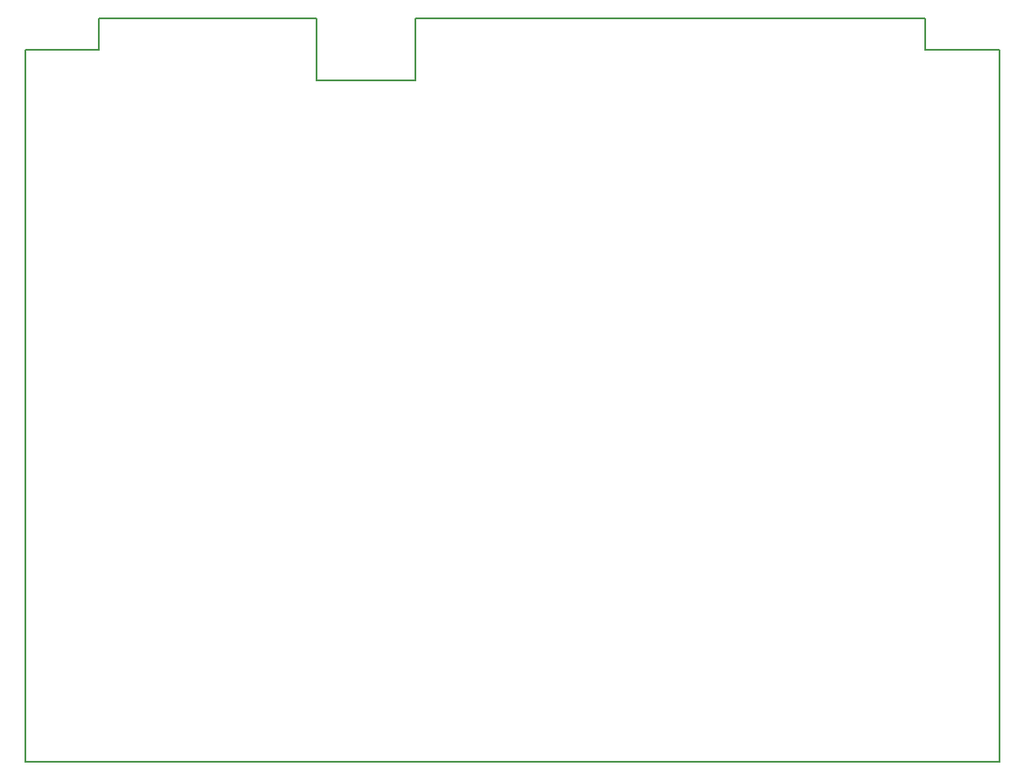
<source format=gbr>
G04 DipTrace 3.1.0.1*
G04 BoardOutline.gbr*
%MOIN*%
G04 #@! TF.FileFunction,Profile*
G04 #@! TF.Part,Single*
%ADD11C,0.005512*%
%FSLAX26Y26*%
G04*
G70*
G90*
G75*
G01*
G04 BoardOutline*
%LPD*%
X393701Y393701D2*
D11*
X4106301D1*
Y3110236D1*
X3824803D1*
Y3228346D1*
X1880315D1*
Y2992126D1*
X1505512D1*
Y3228346D1*
X675197D1*
Y3110236D1*
X393701D1*
Y393701D1*
M02*

</source>
